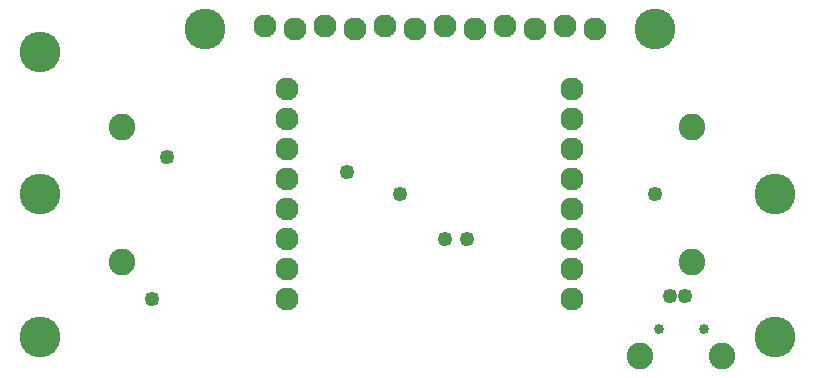
<source format=gbs>
G04 MADE WITH FRITZING*
G04 WWW.FRITZING.ORG*
G04 DOUBLE SIDED*
G04 HOLES PLATED*
G04 CONTOUR ON CENTER OF CONTOUR VECTOR*
%ASAXBY*%
%FSLAX23Y23*%
%MOIN*%
%OFA0B0*%
%SFA1.0B1.0*%
%ADD10C,0.076929*%
%ADD11C,0.088740*%
%ADD12C,0.033622*%
%ADD13C,0.135984*%
%ADD14C,0.049370*%
%LNMASK0*%
G90*
G70*
G54D10*
X979Y284D03*
X979Y384D03*
X979Y484D03*
X979Y584D03*
X979Y684D03*
X979Y784D03*
X979Y884D03*
X979Y984D03*
X1929Y284D03*
X1929Y384D03*
X1929Y484D03*
X1929Y584D03*
X1929Y684D03*
X1929Y784D03*
X1929Y884D03*
X1929Y984D03*
G54D11*
X2154Y96D03*
X2429Y96D03*
G54D12*
X2217Y184D03*
X2367Y184D03*
G54D11*
X2329Y859D03*
X2329Y859D03*
X2329Y409D03*
X2329Y409D03*
X429Y409D03*
X429Y409D03*
X429Y859D03*
X429Y859D03*
G54D13*
X154Y159D03*
X704Y1184D03*
X154Y1109D03*
X154Y634D03*
X2604Y634D03*
X2604Y159D03*
X2204Y1184D03*
G54D14*
X529Y284D03*
X1504Y484D03*
X1579Y484D03*
X2304Y296D03*
X2254Y296D03*
X579Y759D03*
X2204Y634D03*
X1354Y634D03*
X1179Y709D03*
G54D10*
X2004Y1186D03*
X1904Y1196D03*
X1804Y1186D03*
X1704Y1196D03*
X1604Y1186D03*
X1504Y1196D03*
X1404Y1186D03*
X1304Y1196D03*
X1204Y1186D03*
X1104Y1196D03*
X1004Y1186D03*
X904Y1196D03*
G04 End of Mask0*
M02*
</source>
